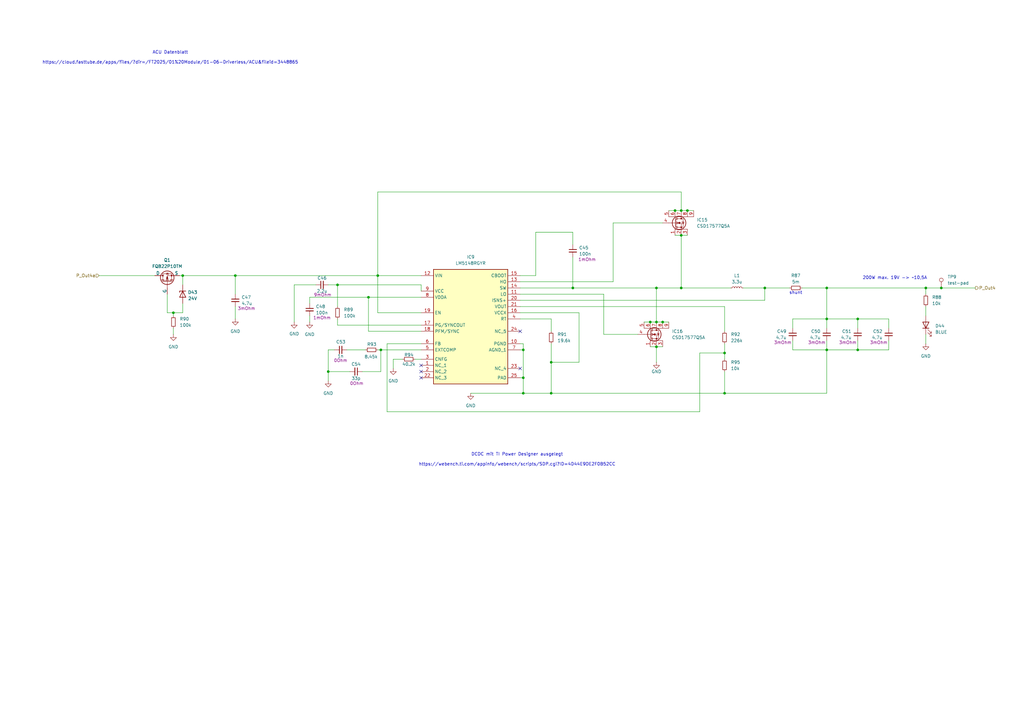
<source format=kicad_sch>
(kicad_sch (version 20231120) (generator "eeschema") (generator_version "8.0")
  (paper "A3")
  (title_block (title "PDU FT25") (date "2024-11-23") (rev "V1.1") (company "Janek Herm") (comment 1 "FaSTTUBe Electronics"))
  (lib_symbols
    (symbol "Connector:TestPoint" (pin_numbers hide) (pin_names (offset 0.762) hide)
      (property "Reference" "TP" (at 0 6.858 0))
      (property "Value" "TestPoint" (at 0 5.08 0))
      (symbol "TestPoint_0_1"
        (circle (center 0 3.302) (radius 0.762))
      )
      (symbol "TestPoint_1_1"
        (pin passive line (at 0 0 90) (length 2.54) (name "1") (number "1"))
      )
    )
    (symbol "Device:C_Small" (pin_numbers hide) (pin_names (offset 0.254) hide)
      (property "Reference" "C" (at 0.254 1.778 0))
      (property "Value" "C_Small" (at 0.254 -2.032 0))
      (symbol "C_Small_0_1"
        (polyline (pts (xy -1.524 -0.508) (xy 1.524 -0.508)) (stroke (width 0.3302)))
        (polyline (pts (xy -1.524 0.508) (xy 1.524 0.508)) (stroke (width 0.3048)))
      )
      (symbol "C_Small_1_1"
        (pin passive line (at 0 2.54 270) (length 2.032) (name "~") (number "1"))
        (pin passive line (at 0 -2.54 90) (length 2.032) (name "~") (number "2"))
      )
    )
    (symbol "Device:D_Zener" (pin_numbers hide) (pin_names (offset 1.016) hide)
      (property "Reference" "D" (at 0 2.54 0))
      (property "Value" "D_Zener" (at 0 -2.54 0))
      (symbol "D_Zener_0_1"
        (polyline (pts (xy 1.27 0) (xy -1.27 0)))
        (polyline (pts (xy -1.27 -1.27) (xy -1.27 1.27) (xy -0.762 1.27)) (stroke (width 0.254)))
        (polyline (pts (xy 1.27 -1.27) (xy 1.27 1.27) (xy -1.27 0) (xy 1.27 -1.27)) (stroke (width 0.254)))
      )
      (symbol "D_Zener_1_1"
        (pin passive line (at -3.81 0 0) (length 2.54) (name "K") (number "1"))
        (pin passive line (at 3.81 0 180) (length 2.54) (name "A") (number "2"))
      )
    )
    (symbol "Device:LED" (pin_numbers hide) (pin_names (offset 1.016) hide)
      (property "Reference" "D" (at 0 2.54 0))
      (property "Value" "LED" (at 0 -2.54 0))
      (symbol "LED_0_1"
        (polyline (pts (xy -1.27 -1.27) (xy -1.27 1.27)) (stroke (width 0.254)))
        (polyline (pts (xy -1.27 0) (xy 1.27 0)))
        (polyline (pts (xy 1.27 -1.27) (xy 1.27 1.27) (xy -1.27 0) (xy 1.27 -1.27)) (stroke (width 0.254)))
        (polyline (pts (xy -3.048 -0.762) (xy -4.572 -2.286) (xy -3.81 -2.286) (xy -4.572 -2.286) (xy -4.572 -1.524)))
        (polyline (pts (xy -1.778 -0.762) (xy -3.302 -2.286) (xy -2.54 -2.286) (xy -3.302 -2.286) (xy -3.302 -1.524)))
      )
      (symbol "LED_1_1"
        (pin passive line (at -3.81 0 0) (length 2.54) (name "K") (number "1"))
        (pin passive line (at 3.81 0 180) (length 2.54) (name "A") (number "2"))
      )
    )
    (symbol "Device:L_Small" (pin_numbers hide) (pin_names (offset 0.254) hide)
      (property "Reference" "L" (at 0.762 1.016 0))
      (property "Value" "L_Small" (at 0.762 -1.016 0))
      (symbol "L_Small_0_1"
        (arc (start 0 -2.032) (mid 0.5058 -1.524) (end 0 -1.016))
        (arc (start 0 -1.016) (mid 0.5058 -0.508) (end 0 0))
        (arc (start 0 0) (mid 0.5058 0.508) (end 0 1.016))
        (arc (start 0 1.016) (mid 0.5058 1.524) (end 0 2.032))
      )
      (symbol "L_Small_1_1"
        (pin passive line (at 0 2.54 270) (length 0.508) (name "~") (number "1"))
        (pin passive line (at 0 -2.54 90) (length 0.508) (name "~") (number "2"))
      )
    )
    (symbol "Device:R_Small" (pin_numbers hide) (pin_names (offset 0.254) hide)
      (property "Reference" "R" (at 0.762 0.508 0))
      (property "Value" "R_Small" (at 0.762 -1.016 0))
      (symbol "R_Small_0_1"
        (rectangle (start -0.762 1.778) (end 0.762 -1.778) (stroke (width 0.2032)))
      )
      (symbol "R_Small_1_1"
        (pin passive line (at 0 2.54 270) (length 0.762) (name "~") (number "1"))
        (pin passive line (at 0 -2.54 90) (length 0.762) (name "~") (number "2"))
      )
    )
    (symbol "FaSTTUBe_microcontrollers:CSD17577Q5A"
      (property "Reference" "IC" (at 9.144 -15.113 0))
      (property "Value" "CSD17577Q5A" (at 9.906 -17.145 0))
      (symbol "CSD17577Q5A_0_1"
        (circle (center -0.889 -16.51) (radius 2.794) (stroke (width 0.254)))
        (circle (center 0 -18.288) (radius 0.254) (fill (type outline)))
        (circle (center 0 -14.732) (radius 0.254) (fill (type outline)))
        (polyline (pts (xy -2.286 -16.51) (xy -5.08 -16.51)))
        (polyline (pts (xy -2.286 -14.605) (xy -2.286 -18.415)) (stroke (width 0.254)))
        (polyline (pts (xy -1.778 -17.78) (xy -1.778 -18.796)) (stroke (width 0.254)))
        (polyline (pts (xy -1.778 -16.002) (xy -1.778 -17.018)) (stroke (width 0.254)))
        (polyline (pts (xy -1.778 -14.224) (xy -1.778 -15.24)) (stroke (width 0.254)))
        (polyline (pts (xy 0 -13.97) (xy 0 -14.732)))
        (polyline (pts (xy 2.54 -19.05) (xy -2.54 -19.05)))
        (polyline (pts (xy 5.08 -13.97) (xy -5.08 -13.97)))
        (polyline (pts (xy 0 -19.05) (xy 0 -16.51) (xy -1.778 -16.51)))
        (polyline (pts (xy -1.778 -18.288) (xy 0.762 -18.288) (xy 0.762 -14.732) (xy -1.778 -14.732)))
        (polyline (pts (xy -1.524 -16.51) (xy -0.508 -16.129) (xy -0.508 -16.891) (xy -1.524 -16.51)) (fill (type outline)))
        (polyline (pts (xy 0.254 -16.002) (xy 0.381 -16.129) (xy 1.143 -16.129) (xy 1.27 -16.256)))
        (polyline (pts (xy 0.762 -16.129) (xy 0.381 -16.764) (xy 1.143 -16.764) (xy 0.762 -16.129)))
      )
      (symbol "CSD17577Q5A_1_1"
        (pin passive line (at -2.54 -21.59 90) (length 2.54) (name "") (number "1"))
        (pin passive line (at 0 -21.59 90) (length 2.54) (name "") (number "2"))
        (pin passive line (at 2.54 -21.59 90) (length 2.54) (name "") (number "3"))
        (pin input line (at -7.62 -16.51 0) (length 2.54) (name "") (number "4"))
        (pin passive line (at -5.08 -11.43 270) (length 2.54) (name "") (number "5"))
        (pin passive line (at -2.54 -11.43 270) (length 2.54) (name "") (number "6"))
        (pin passive line (at 0 -11.43 270) (length 2.54) (name "") (number "7"))
        (pin passive line (at 2.54 -11.43 270) (length 2.54) (name "") (number "8"))
        (pin passive line (at 5.08 -11.43 270) (length 2.54) (name "") (number "9"))
      )
    )
    (symbol "LM5148RGYR:LM5148RGYR"
      (property "Reference" "IC" (at 36.83 17.78 0))
      (property "Value" "LM5148RGYR" (at 36.83 15.24 0))
      (symbol "LM5148RGYR_1_1"
        (rectangle (start 5.08 12.7) (end 35.56 -34.29) (stroke (width 0.254)) (fill (type background)))
        (pin passive line (at 0 -26.67 0) (length 5.08) (name "NC_1") (number "1"))
        (pin passive line (at 40.64 -17.78 180) (length 5.08) (name "PGND") (number "10"))
        (pin passive line (at 40.64 2.54 180) (length 5.08) (name "LO") (number "11"))
        (pin passive line (at 0 10.16 0) (length 5.08) (name "VIN") (number "12"))
        (pin passive line (at 40.64 7.62 180) (length 5.08) (name "HO") (number "13"))
        (pin passive line (at 40.64 5.08 180) (length 5.08) (name "SW") (number "14"))
        (pin passive line (at 40.64 10.16 180) (length 5.08) (name "CBOOT") (number "15"))
        (pin passive line (at 40.64 -5.08 180) (length 5.08) (name "VCCX") (number "16"))
        (pin passive line (at 0 -10.16 0) (length 5.08) (name "PG/SYNCOUT") (number "17"))
        (pin passive line (at 0 -12.7 0) (length 5.08) (name "PFM/SYNC") (number "18"))
        (pin passive line (at 0 -5.08 0) (length 5.08) (name "EN") (number "19"))
        (pin passive line (at 0 -29.21 0) (length 5.08) (name "NC_2") (number "2"))
        (pin passive line (at 40.64 0 180) (length 5.08) (name "ISNS+") (number "20"))
        (pin passive line (at 40.64 -2.54 180) (length 5.08) (name "VOUT") (number "21"))
        (pin passive line (at 0 -31.75 0) (length 5.08) (name "NC_3") (number "22"))
        (pin passive line (at 40.64 -27.94 180) (length 5.08) (name "NC_4") (number "23"))
        (pin passive line (at 40.64 -12.7 180) (length 5.08) (name "NC_5") (number "24"))
        (pin passive line (at 40.64 -31.75 180) (length 5.08) (name "PAD") (number "25"))
        (pin passive line (at 0 -24.13 0) (length 5.08) (name "CNFG") (number "3"))
        (pin passive line (at 40.64 -7.62 180) (length 5.08) (name "RT") (number "4"))
        (pin passive line (at 0 -20.32 0) (length 5.08) (name "EXTCOMP") (number "5"))
        (pin passive line (at 0 -17.78 0) (length 5.08) (name "FB") (number "6"))
        (pin passive line (at 40.64 -20.32 180) (length 5.08) (name "AGND_1") (number "7"))
        (pin passive line (at 0 1.27 0) (length 5.08) (name "VDDA") (number "8"))
        (pin passive line (at 0 3.81 0) (length 5.08) (name "VCC") (number "9"))
      )
    )
    (symbol "Simulation_SPICE:PMOS" (pin_numbers hide) (pin_names (offset 0))
      (property "Reference" "Q" (at 5.08 1.27 0))
      (property "Value" "PMOS" (at 5.08 -1.27 0))
      (symbol "PMOS_0_1"
        (polyline (pts (xy 0.254 0) (xy -2.54 0)))
        (polyline (pts (xy 0.254 1.905) (xy 0.254 -1.905)) (stroke (width 0.254)))
        (polyline (pts (xy 0.762 -1.27) (xy 0.762 -2.286)) (stroke (width 0.254)))
        (polyline (pts (xy 0.762 0.508) (xy 0.762 -0.508)) (stroke (width 0.254)))
        (polyline (pts (xy 0.762 2.286) (xy 0.762 1.27)) (stroke (width 0.254)))
        (polyline (pts (xy 2.54 2.54) (xy 2.54 1.778)))
        (polyline (pts (xy 2.54 -2.54) (xy 2.54 0) (xy 0.762 0)))
        (polyline (pts (xy 0.762 1.778) (xy 3.302 1.778) (xy 3.302 -1.778) (xy 0.762 -1.778)))
        (polyline (pts (xy 2.286 0) (xy 1.27 0.381) (xy 1.27 -0.381) (xy 2.286 0)) (fill (type outline)))
        (polyline (pts (xy 2.794 -0.508) (xy 2.921 -0.381) (xy 3.683 -0.381) (xy 3.81 -0.254)))
        (polyline (pts (xy 3.302 -0.381) (xy 2.921 0.254) (xy 3.683 0.254) (xy 3.302 -0.381)))
        (circle (center 1.651 0) (radius 2.794) (stroke (width 0.254)))
        (circle (center 2.54 -1.778) (radius 0.254) (fill (type outline)))
        (circle (center 2.54 1.778) (radius 0.254) (fill (type outline)))
      )
      (symbol "PMOS_1_1"
        (pin passive line (at 2.54 5.08 270) (length 2.54) (name "D") (number "1"))
        (pin input line (at -5.08 0 0) (length 2.54) (name "G") (number "2"))
        (pin passive line (at 2.54 -5.08 90) (length 2.54) (name "S") (number "3"))
      )
    )
    (symbol "power:GND" (power) (pin_numbers hide) (pin_names (offset 0) hide)
      (property "Value" "GND" (at 0 -3.81 0))
      (symbol "GND_0_1"
        (polyline (pts (xy 0 0) (xy 0 -1.27) (xy 1.27 -1.27) (xy 0 -2.54) (xy -1.27 -1.27) (xy 0 -1.27)))
      )
      (symbol "GND_1_1"
        (pin power_in line (at 0 0 270) (length 0) (name "~") (number "1"))
      )
    )
  )
  (junction (at 214.63 161.29))
  (junction (at 279.4 118.11))
  (junction (at 351.79 130.81))
  (junction (at 74.93 113.03))
  (junction (at 339.09 143.51))
  (junction (at 386.08 118.11))
  (junction (at 281.94 86.36))
  (junction (at 379.73 118.11))
  (junction (at 279.4 86.36))
  (junction (at 266.7 132.08))
  (junction (at 96.52 113.03))
  (junction (at 269.24 118.11))
  (junction (at 226.06 161.29))
  (junction (at 151.13 121.92))
  (junction (at 214.63 154.94))
  (junction (at 71.12 128.27))
  (junction (at 276.86 86.36))
  (junction (at 269.24 132.08))
  (junction (at 269.24 142.24))
  (junction (at 297.18 144.78))
  (junction (at 156.21 143.51))
  (junction (at 271.78 132.08))
  (junction (at 313.69 118.11))
  (junction (at 138.43 116.84))
  (junction (at 234.95 118.11))
  (junction (at 154.94 113.03))
  (junction (at 279.4 96.52))
  (junction (at 226.06 148.59))
  (junction (at 339.09 118.11))
  (junction (at 297.18 161.29))
  (junction (at 339.09 130.81))
  (junction (at 351.79 143.51))
  (junction (at 134.62 152.4))
  (junction (at 214.63 143.51))
  (no_connect (at 172.72 152.4))
  (no_connect (at 172.72 154.94))
  (no_connect (at 172.72 149.86))
  (no_connect (at 213.36 151.13))
  (no_connect (at 213.36 135.89))
  (wire (pts (xy 226.06 130.81) (xy 226.06 135.89)))
  (wire (pts (xy 71.12 134.62) (xy 71.12 137.16)))
  (wire (pts (xy 339.09 130.81) (xy 351.79 130.81)))
  (wire (pts (xy 120.65 132.08) (xy 120.65 116.84)))
  (wire (pts (xy 297.18 152.4) (xy 297.18 161.29)))
  (wire (pts (xy 351.79 143.51) (xy 364.49 143.51)))
  (wire (pts (xy 213.36 128.27) (xy 237.49 128.27)))
  (wire (pts (xy 214.63 143.51) (xy 213.36 143.51)))
  (wire (pts (xy 158.75 168.91) (xy 287.02 168.91)))
  (wire (pts (xy 214.63 161.29) (xy 226.06 161.29)))
  (wire (pts (xy 127 121.92) (xy 127 124.46)))
  (wire (pts (xy 269.24 118.11) (xy 279.4 118.11)))
  (wire (pts (xy 226.06 148.59) (xy 226.06 161.29)))
  (wire (pts (xy 68.58 128.27) (xy 71.12 128.27)))
  (wire (pts (xy 339.09 139.7) (xy 339.09 143.51)))
  (wire (pts (xy 379.73 118.11) (xy 386.08 118.11)))
  (wire (pts (xy 364.49 134.62) (xy 364.49 130.81)))
  (wire (pts (xy 154.94 78.74) (xy 279.4 78.74)))
  (wire (pts (xy 297.18 161.29) (xy 339.09 161.29)))
  (wire (pts (xy 127 121.92) (xy 151.13 121.92)))
  (wire (pts (xy 325.12 134.62) (xy 325.12 130.81)))
  (wire (pts (xy 96.52 113.03) (xy 154.94 113.03)))
  (wire (pts (xy 364.49 139.7) (xy 364.49 143.51)))
  (wire (pts (xy 339.09 143.51) (xy 339.09 161.29)))
  (wire (pts (xy 68.58 120.65) (xy 68.58 128.27)))
  (wire (pts (xy 214.63 140.97) (xy 213.36 140.97)))
  (wire (pts (xy 269.24 118.11) (xy 269.24 132.08)))
  (wire (pts (xy 148.59 152.4) (xy 156.21 152.4)))
  (wire (pts (xy 154.94 113.03) (xy 172.72 113.03)))
  (wire (pts (xy 172.72 128.27) (xy 154.94 128.27)))
  (wire (pts (xy 96.52 125.73) (xy 96.52 130.81)))
  (wire (pts (xy 74.93 128.27) (xy 71.12 128.27)))
  (wire (pts (xy 214.63 161.29) (xy 214.63 154.94)))
  (wire (pts (xy 172.72 140.97) (xy 158.75 140.97)))
  (wire (pts (xy 234.95 95.25) (xy 234.95 100.33)))
  (wire (pts (xy 120.65 116.84) (xy 129.54 116.84)))
  (wire (pts (xy 325.12 143.51) (xy 325.12 139.7)))
  (wire (pts (xy 156.21 152.4) (xy 156.21 143.51)))
  (wire (pts (xy 74.93 113.03) (xy 96.52 113.03)))
  (wire (pts (xy 269.24 132.08) (xy 271.78 132.08)))
  (wire (pts (xy 213.36 130.81) (xy 226.06 130.81)))
  (wire (pts (xy 271.78 132.08) (xy 274.32 132.08)))
  (wire (pts (xy 379.73 137.16) (xy 379.73 140.97)))
  (wire (pts (xy 325.12 130.81) (xy 339.09 130.81)))
  (wire (pts (xy 74.93 124.46) (xy 74.93 128.27)))
  (wire (pts (xy 161.29 151.13) (xy 161.29 147.32)))
  (wire (pts (xy 313.69 118.11) (xy 323.85 118.11)))
  (wire (pts (xy 158.75 140.97) (xy 158.75 168.91)))
  (wire (pts (xy 339.09 130.81) (xy 339.09 134.62)))
  (wire (pts (xy 266.7 142.24) (xy 269.24 142.24)))
  (wire (pts (xy 379.73 125.73) (xy 379.73 129.54)))
  (wire (pts (xy 214.63 143.51) (xy 214.63 154.94)))
  (wire (pts (xy 138.43 133.35) (xy 138.43 130.81)))
  (wire (pts (xy 269.24 142.24) (xy 271.78 142.24)))
  (wire (pts (xy 351.79 134.62) (xy 351.79 130.81)))
  (wire (pts (xy 313.69 123.19) (xy 313.69 118.11)))
  (wire (pts (xy 251.46 91.44) (xy 251.46 115.57)))
  (wire (pts (xy 386.08 118.11) (xy 400.05 118.11)))
  (wire (pts (xy 237.49 148.59) (xy 226.06 148.59)))
  (wire (pts (xy 351.79 130.81) (xy 364.49 130.81)))
  (wire (pts (xy 234.95 118.11) (xy 269.24 118.11)))
  (wire (pts (xy 154.94 113.03) (xy 154.94 78.74)))
  (wire (pts (xy 134.62 143.51) (xy 137.16 143.51)))
  (wire (pts (xy 247.65 120.65) (xy 213.36 120.65)))
  (wire (pts (xy 213.36 118.11) (xy 234.95 118.11)))
  (wire (pts (xy 219.71 113.03) (xy 219.71 95.25)))
  (wire (pts (xy 138.43 125.73) (xy 138.43 116.84)))
  (wire (pts (xy 213.36 113.03) (xy 219.71 113.03)))
  (wire (pts (xy 279.4 78.74) (xy 279.4 86.36)))
  (wire (pts (xy 74.93 113.03) (xy 74.93 116.84)))
  (wire (pts (xy 247.65 120.65) (xy 247.65 137.16)))
  (wire (pts (xy 351.79 139.7) (xy 351.79 143.51)))
  (wire (pts (xy 151.13 135.89) (xy 151.13 121.92)))
  (wire (pts (xy 127 129.54) (xy 127 132.08)))
  (wire (pts (xy 325.12 143.51) (xy 339.09 143.51)))
  (wire (pts (xy 339.09 118.11) (xy 339.09 130.81)))
  (wire (pts (xy 281.94 86.36) (xy 284.48 86.36)))
  (wire (pts (xy 379.73 118.11) (xy 379.73 120.65)))
  (wire (pts (xy 276.86 96.52) (xy 279.4 96.52)))
  (wire (pts (xy 264.16 132.08) (xy 266.7 132.08)))
  (wire (pts (xy 219.71 95.25) (xy 234.95 95.25)))
  (wire (pts (xy 149.86 143.51) (xy 142.24 143.51)))
  (wire (pts (xy 297.18 140.97) (xy 297.18 144.78)))
  (wire (pts (xy 134.62 152.4) (xy 134.62 156.21)))
  (wire (pts (xy 279.4 86.36) (xy 281.94 86.36)))
  (wire (pts (xy 297.18 125.73) (xy 297.18 135.89)))
  (wire (pts (xy 279.4 96.52) (xy 279.4 118.11)))
  (wire (pts (xy 134.62 143.51) (xy 134.62 152.4)))
  (wire (pts (xy 304.8 118.11) (xy 313.69 118.11)))
  (wire (pts (xy 161.29 147.32) (xy 165.1 147.32)))
  (wire (pts (xy 214.63 154.94) (xy 213.36 154.94)))
  (wire (pts (xy 96.52 113.03) (xy 96.52 120.65)))
  (wire (pts (xy 172.72 121.92) (xy 151.13 121.92)))
  (wire (pts (xy 339.09 118.11) (xy 379.73 118.11)))
  (wire (pts (xy 154.94 143.51) (xy 156.21 143.51)))
  (wire (pts (xy 234.95 105.41) (xy 234.95 118.11)))
  (wire (pts (xy 266.7 132.08) (xy 269.24 132.08)))
  (wire (pts (xy 287.02 168.91) (xy 287.02 144.78)))
  (wire (pts (xy 138.43 116.84) (xy 172.72 116.84)))
  (wire (pts (xy 154.94 128.27) (xy 154.94 113.03)))
  (wire (pts (xy 339.09 143.51) (xy 351.79 143.51)))
  (wire (pts (xy 269.24 148.59) (xy 269.24 142.24)))
  (wire (pts (xy 172.72 133.35) (xy 138.43 133.35)))
  (wire (pts (xy 193.04 161.29) (xy 214.63 161.29)))
  (wire (pts (xy 172.72 116.84) (xy 172.72 119.38)))
  (wire (pts (xy 274.32 86.36) (xy 276.86 86.36)))
  (wire (pts (xy 226.06 161.29) (xy 297.18 161.29)))
  (wire (pts (xy 172.72 135.89) (xy 151.13 135.89)))
  (wire (pts (xy 276.86 86.36) (xy 279.4 86.36)))
  (wire (pts (xy 213.36 115.57) (xy 251.46 115.57)))
  (wire (pts (xy 170.18 147.32) (xy 172.72 147.32)))
  (wire (pts (xy 214.63 140.97) (xy 214.63 143.51)))
  (wire (pts (xy 73.66 113.03) (xy 74.93 113.03)))
  (wire (pts (xy 71.12 129.54) (xy 71.12 128.27)))
  (wire (pts (xy 279.4 96.52) (xy 281.94 96.52)))
  (wire (pts (xy 247.65 137.16) (xy 261.62 137.16)))
  (wire (pts (xy 226.06 140.97) (xy 226.06 148.59)))
  (wire (pts (xy 328.93 118.11) (xy 339.09 118.11)))
  (wire (pts (xy 279.4 118.11) (xy 299.72 118.11)))
  (wire (pts (xy 134.62 152.4) (xy 143.51 152.4)))
  (wire (pts (xy 297.18 144.78) (xy 297.18 147.32)))
  (wire (pts (xy 156.21 143.51) (xy 172.72 143.51)))
  (wire (pts (xy 287.02 144.78) (xy 297.18 144.78)))
  (wire (pts (xy 40.64 113.03) (xy 63.5 113.03)))
  (wire (pts (xy 213.36 125.73) (xy 297.18 125.73)))
  (wire (pts (xy 213.36 123.19) (xy 313.69 123.19)))
  (wire (pts (xy 251.46 91.44) (xy 271.78 91.44)))
  (wire (pts (xy 134.62 116.84) (xy 138.43 116.84)))
  (wire (pts (xy 237.49 128.27) (xy 237.49 148.59)))
  (text "ACU Datenblatt\n\nhttps://cloud.fasttube.de/apps/files/?dir=/FT2025/01%20Module/01-06-Driverless/ACU&fileid=3448865" (at 69.85 23.622 0) (effects (font (size 1.27 1.27))))
  (text "200W max. 19V -> ~10,5A" (at 367.03 114.046 0) (effects (font (size 1.27 1.27))))
  (text "DCDC mit TI Power Designer ausgelegt\n\nhttps://webench.ti.com/appinfo/webench/scripts/SDP.cgi?ID=4D44E9DE2F0B52CC" (at 212.09 188.468 0) (effects (font (size 1.27 1.27))))
  (text "shunt" (at 326.39 120.142 0) (effects (font (size 1.27 1.27))))
  (hierarchical_label "P_Out4" (shape output) (at 400.05 118.11 0))
  (hierarchical_label "P_Out4a" (shape input) (at 40.64 113.03 180))
  (symbol (lib_id "power:GND") (at 269.24 148.59 0) (unit 1)
    (property "Reference" "#PWR0147" (effects (hide yes)))
    (property "Value" "GND" (at 267.208 152.3999 0) (effects (justify left)))
    (property "Description" "Power symbol creates a global label with name \"GND\" , ground" (effects (hide yes)))
  )
  (symbol (lib_id "FaSTTUBe_microcontrollers:CSD17577Q5A") (at 269.24 120.65 0) (unit 1)
    (property "Reference" "IC16" (at 275.59 135.8899 0) (effects (justify left)))
    (property "Value" "CSD17577Q5A" (at 275.59 138.4299 0) (effects (justify left)))
    (property "Footprint" "CSD17303Q5:CSD17303Q5" (effects (hide yes)))
    (property "Datasheet" "https://www.ti.com/lit/ds/symlink/csd17577q5a.pdf" (effects (hide yes)))
  )
  (symbol (lib_id "Device:R_Small") (at 152.4 143.51 270) (unit 1)
    (property "Reference" "R93" (at 154.4319 141.224 90) (effects (justify right)))
    (property "Value" "8.45k" (at 154.9399 146.304 90) (effects (justify right)))
    (property "Footprint" "Resistor_SMD:R_0603_1608Metric" (effects (hide yes)))
    (property "Description" "63mW, 1% Tolerance" (effects (hide yes)))
  )
  (symbol (lib_id "Device:D_Zener") (at 74.93 120.65 90) (mirror x) (unit 1)
    (property "Reference" "D43" (at 78.994 119.888 90))
    (property "Value" "24V" (at 78.994 122.428 90))
    (property "Footprint" "3SMAJ5934B-TP:DIOM5226X244N" (effects (hide yes)))
    (property "Datasheet" "https://www.mouser.de/datasheet/2/258/3SMAJ5918B_3SMAJ5956B_SMA_-3423242.pdf" (effects (hide yes)))
    (property "Description" "Zener diode" (effects (hide yes)))
    (property "MPR" "3SMAJ5934B-TP" (effects (hide yes)))
  )
  (symbol (lib_id "Device:R_Small") (at 226.06 138.43 180) (unit 1)
    (property "Reference" "R91" (at 228.6 137.1599 0) (effects (justify right)))
    (property "Value" "19.6k" (at 228.6 139.6999 0) (effects (justify right)))
    (property "Footprint" "Resistor_SMD:R_0603_1608Metric" (effects (hide yes)))
    (property "Description" "63mW, 1%" (effects (hide yes)))
  )
  (symbol (lib_id "power:GND") (at 379.73 140.97 0) (unit 1)
    (property "Reference" "#PWR0146" (effects (hide yes)))
    (property "Value" "GND" (at 379.73 146.05 0))
    (property "Description" "Power symbol creates a global label with name \"GND\" , ground" (effects (hide yes)))
  )
  (symbol (lib_id "Device:R_Small") (at 167.64 147.32 90) (unit 1)
    (property "Reference" "R94" (at 169.6719 145.542 90) (effects (justify left)))
    (property "Value" "40.2k" (at 170.4339 149.352 90) (effects (justify left)))
    (property "Footprint" "Resistor_SMD:R_0603_1608Metric" (effects (hide yes)))
    (property "Description" "100mW, 1% Tolerance" (effects (hide yes)))
  )
  (symbol (lib_id "Simulation_SPICE:PMOS") (at 68.58 115.57 90) (unit 1)
    (property "Reference" "Q1" (at 68.58 106.68 90))
    (property "Value" "FQB22P10TM" (at 68.58 109.22 90))
    (property "Footprint" "FQB22P10TM:FQB22P10TM" (effects (hide yes)))
    (property "Datasheet" "https://www.mouser.de/datasheet/2/308/1/FQB22P10_D-2313763.pdf" (effects (hide yes)))
    (property "Description" "P-MOSFET transistor, drain/source/gate" (effects (hide yes)))
    (property "Sim.Device" "PMOS" (effects (hide yes)))
    (property "Sim.Type" "VDMOS" (effects (hide yes)))
    (property "Sim.Pins" "1=D 2=G 3=S" (effects (hide yes)))
  )
  (symbol (lib_id "Device:C_Small") (at 139.7 143.51 90) (unit 1)
    (property "Reference" "C53" (at 141.7382 140.208 90) (effects (justify left)))
    (property "Value" "1n" (at 140.9762 146.05 90) (effects (justify left)))
    (property "Footprint" "Capacitor_SMD:C_0603_1608Metric" (effects (hide yes)))
    (property "Description" "C0G / NP0, 50V" (effects (hide yes)))
    (property "Resistance" "0Ohm" (at 139.7 147.828 90))
  )
  (symbol (lib_id "Device:C_Small") (at 325.12 137.16 0) (mirror y) (unit 1)
    (property "Reference" "C49" (at 322.58 135.8962 0) (effects (justify left)))
    (property "Value" "4.7u" (at 322.58 138.4362 0) (effects (justify left)))
    (property "Footprint" "Capacitor_SMD:C_2220_5750Metric" (effects (hide yes)))
    (property "Description" "X7R, 50V" (effects (hide yes)))
    (property "Resistance" "3mOhm" (at 321.056 140.462 0))
  )
  (symbol (lib_id "power:GND") (at 134.62 156.21 0) (unit 1)
    (property "Reference" "#PWR0149" (effects (hide yes)))
    (property "Value" "GND" (at 134.62 161.29 0))
    (property "Description" "Power symbol creates a global label with name \"GND\" , ground" (effects (hide yes)))
  )
  (symbol (lib_id "Device:L_Small") (at 302.26 118.11 90) (unit 1)
    (property "Reference" "L1" (at 302.26 113.03 90))
    (property "Value" "3.3u" (at 302.26 115.57 90))
    (property "Footprint" "7443330330:WE-HCC_109021" (effects (hide yes)))
    (property "Datasheet" "https://www.we-online.com/components/products/datasheet/7443330330.pdf" (effects (hide yes)))
    (property "Description" "Inductor, small symbol" (effects (hide yes)))
    (property "MPR" "7443330330" (effects (hide yes)))
  )
  (symbol (lib_id "Device:R_Small") (at 379.73 123.19 0) (unit 1)
    (property "Reference" "R88" (at 382.27 121.9199 0) (effects (justify left)))
    (property "Value" "10k" (at 382.27 124.4599 0) (effects (justify left)))
    (property "Footprint" "Resistor_SMD:R_0603_1608Metric" (effects (hide yes)))
    (property "Description" "Resistor, small symbol" (effects (hide yes)))
  )
  (symbol (lib_id "Connector:TestPoint") (at 386.08 118.11 0) (unit 1)
    (property "Reference" "TP9" (at 388.62 113.5379 0) (effects (justify left)))
    (property "Value" "test-pad" (at 388.62 116.0779 0) (effects (justify left)))
    (property "Footprint" "5025:5025" (effects (hide yes)))
    (property "Description" "test point" (effects (hide yes)))
  )
  (symbol (lib_id "Device:R_Small") (at 71.12 132.08 0) (unit 1)
    (property "Reference" "R90" (at 73.66 130.8099 0) (effects (justify left)))
    (property "Value" "100k" (at 73.66 133.3499 0) (effects (justify left)))
    (property "Footprint" "Resistor_SMD:R_0603_1608Metric" (effects (hide yes)))
    (property "Description" "Resistor, small symbol" (effects (hide yes)))
  )
  (symbol (lib_id "Device:C_Small") (at 339.09 137.16 0) (mirror y) (unit 1)
    (property "Reference" "C50" (at 336.55 135.8962 0) (effects (justify left)))
    (property "Value" "4.7u" (at 336.55 138.4362 0) (effects (justify left)))
    (property "Footprint" "Capacitor_SMD:C_2220_5750Metric" (effects (hide yes)))
    (property "Description" "X7R, 50V" (effects (hide yes)))
    (property "Resistance" "3mOhm" (at 335.026 140.462 0))
  )
  (symbol (lib_id "Device:R_Small") (at 297.18 138.43 0) (unit 1)
    (property "Reference" "R92" (at 299.72 137.1599 0) (effects (justify left)))
    (property "Value" "226k" (at 299.72 139.6999 0) (effects (justify left)))
    (property "Footprint" "Resistor_SMD:R_0603_1608Metric" (effects (hide yes)))
    (property "Description" "63mW, 1%" (effects (hide yes)))
  )
  (symbol (lib_id "power:GND") (at 127 132.08 0) (unit 1)
    (property "Reference" "#PWR0144" (effects (hide yes)))
    (property "Value" "GND" (at 127 137.16 0))
    (property "Description" "Power symbol creates a global label with name \"GND\" , ground" (effects (hide yes)))
  )
  (symbol (lib_id "Device:C_Small") (at 351.79 137.16 0) (mirror y) (unit 1)
    (property "Reference" "C51" (at 349.25 135.8962 0) (effects (justify left)))
    (property "Value" "4.7u" (at 349.25 138.4362 0) (effects (justify left)))
    (property "Footprint" "Capacitor_SMD:C_2220_5750Metric" (effects (hide yes)))
    (property "Description" "X7R, 50V" (effects (hide yes)))
    (property "Resistance" "3mOhm" (at 347.726 140.462 0))
  )
  (symbol (lib_id "FaSTTUBe_microcontrollers:CSD17577Q5A") (at 279.4 74.93 0) (unit 1)
    (property "Reference" "IC15" (at 285.75 90.1699 0) (effects (justify left)))
    (property "Value" "CSD17577Q5A" (at 285.75 92.7099 0) (effects (justify left)))
    (property "Footprint" "CSD17303Q5:CSD17303Q5" (effects (hide yes)))
    (property "Datasheet" "https://www.ti.com/lit/ds/symlink/csd17577q5a.pdf" (effects (hide yes)))
  )
  (symbol (lib_id "Device:R_Small") (at 138.43 128.27 0) (unit 1)
    (property "Reference" "R89" (at 140.97 126.9999 0) (effects (justify left)))
    (property "Value" "100k" (at 140.97 129.5399 0) (effects (justify left)))
    (property "Footprint" "Resistor_SMD:R_0603_1608Metric" (effects (hide yes)))
    (property "Description" "100mW, 1% Tolerance" (effects (hide yes)))
  )
  (symbol (lib_id "Device:C_Small") (at 146.05 152.4 270) (unit 1)
    (property "Reference" "C54" (at 146.0436 149.352 90))
    (property "Value" "33p" (at 146.0436 155.194 90))
    (property "Footprint" "Capacitor_SMD:C_0805_2012Metric" (effects (hide yes)))
    (property "Description" "C0G / NP0, 50V" (effects (hide yes)))
    (property "Resistance" "0Ohm" (at 146.304 157.226 90))
  )
  (symbol (lib_id "LM5148RGYR:LM5148RGYR") (at 172.72 123.19 0) (unit 1)
    (property "Reference" "IC9" (at 193.04 105.41 0))
    (property "Value" "LM5148RGYR" (at 193.04 107.95 0))
    (property "Footprint" "LM5148RGY:LM5148RGYR" (effects (hide yes)))
    (property "Datasheet" "https://www.ti.com/lit/ds/symlink/lm5148.pdf?ts=1680990210570&ref_url=https%253A%252F%252Fwww.ti.com%252Fproduct%252FLM5148" (effects (hide yes)))
    (property "Description" "Switching Controllers 3.5-V to 80-V, current mode synchronous buck controller" (effects (hide yes)))
    (property "Height" "1" (effects (hide yes)))
    (property "Mouser Part Number" "595-LM5148RGYR" (effects (hide yes)))
    (property "Mouser Price/Stock" "https://www.mouser.co.uk/ProductDetail/Texas-Instruments/LM5148RGYR?qs=Jm2GQyTW%2FbgsJOyzcNbTmw%3D%3D" (effects (hide yes)))
    (property "Manufacturer_Name" "Texas Instruments" (effects (hide yes)))
    (property "Manufacturer_Part_Number" "LM5148RGYR" (effects (hide yes)))
  )
  (symbol (lib_id "Device:R_Small") (at 297.18 149.86 0) (unit 1)
    (property "Reference" "R95" (at 299.72 148.5899 0) (effects (justify left)))
    (property "Value" "10k" (at 299.72 151.1299 0) (effects (justify left)))
    (property "Footprint" "Resistor_SMD:R_0603_1608Metric" (effects (hide yes)))
    (property "Description" "63mW, 1%" (effects (hide yes)))
  )
  (symbol (lib_id "power:GND") (at 96.52 130.81 0) (unit 1)
    (property "Reference" "#PWR0142" (effects (hide yes)))
    (property "Value" "GND" (at 96.52 135.89 0))
    (property "Description" "Power symbol creates a global label with name \"GND\" , ground" (effects (hide yes)))
  )
  (symbol (lib_id "Device:LED") (at 379.73 133.35 90) (unit 1)
    (property "Reference" "D44" (at 383.54 133.6674 90) (effects (justify right)))
    (property "Value" "BLUE" (at 383.54 136.2074 90) (effects (justify right)))
    (property "Footprint" "LED_SMD:LED_0603_1608Metric" (effects (hide yes)))
    (property "Datasheet" "https://www.we-online.com/components/products/datasheet/150060BS75000.pdf" (effects (hide yes)))
    (property "Description" "Light emitting diode" (effects (hide yes)))
    (property "MPR" "150060BS75000" (effects (hide yes)))
  )
  (symbol (lib_id "power:GND") (at 193.04 161.29 0) (unit 1)
    (property "Reference" "#PWR0150" (effects (hide yes)))
    (property "Value" "GND" (at 193.04 166.37 0))
    (property "Description" "Power symbol creates a global label with name \"GND\" , ground" (effects (hide yes)))
  )
  (symbol (lib_id "Device:C_Small") (at 132.08 116.84 90) (unit 1)
    (property "Reference" "C46" (at 132.0863 114.046 90))
    (property "Value" "2.2u" (at 132.0863 119.38 90))
    (property "Footprint" "Capacitor_SMD:C_0603_1608Metric" (effects (hide yes)))
    (property "Description" "X7R, 10V" (effects (hide yes)))
    (property "Resistance" "9mOhm" (at 132.334 120.904 90))
    (property "MPR" "GRM188R71A225KE15D" (effects (hide yes)))
  )
  (symbol (lib_id "power:GND") (at 71.12 137.16 0) (unit 1)
    (property "Reference" "#PWR0145" (effects (hide yes)))
    (property "Value" "GND" (at 71.12 142.24 0))
    (property "Description" "Power symbol creates a global label with name \"GND\" , ground" (effects (hide yes)))
  )
  (symbol (lib_id "Device:R_Small") (at 326.39 118.11 90) (unit 1)
    (property "Reference" "R87" (at 326.39 113.03 90))
    (property "Value" "5m" (at 326.39 115.57 90))
    (property "Footprint" "Resistor_SMD:R_2512_6332Metric" (effects (hide yes)))
    (property "Description" "Resistor, small symbol" (effects (hide yes)))
    (property "MPR" "MFSA1206R0050FCM" (effects (hide yes)))
  )
  (symbol (lib_id "Device:C_Small") (at 127 127 0) (unit 1)
    (property "Reference" "C48" (at 129.54 125.7362 0) (effects (justify left)))
    (property "Value" "100n" (at 129.54 128.2762 0) (effects (justify left)))
    (property "Footprint" "Capacitor_SMD:C_0603_1608Metric" (effects (hide yes)))
    (property "Description" "X7R, 10V" (effects (hide yes)))
    (property "Resistance" "1mOhm" (at 132.08 130.302 0))
    (property "MPR" "GRM155R71A104KA01D" (effects (hide yes)))
  )
  (symbol (lib_id "Device:C_Small") (at 234.95 102.87 0) (unit 1)
    (property "Reference" "C45" (at 237.49 101.6062 0) (effects (justify left)))
    (property "Value" "100n" (at 237.49 104.1462 0) (effects (justify left)))
    (property "Footprint" "Capacitor_SMD:C_0603_1608Metric" (effects (hide yes)))
    (property "Description" "X7R, 10V" (effects (hide yes)))
    (property "Resistance" "1mOhm" (at 240.792 106.426 0))
  )
  (symbol (lib_id "Device:C_Small") (at 96.52 123.19 0) (unit 1)
    (property "Reference" "C47" (at 99.06 121.9262 0) (effects (justify left)))
    (property "Value" "4.7u" (at 99.06 124.4662 0) (effects (justify left)))
    (property "Footprint" "Capacitor_SMD:C_2220_5750Metric" (effects (hide yes)))
    (property "Description" "X7R, 50V" (effects (hide yes)))
    (property "Resistance" "3mOhm" (at 101.092 126.492 0))
    (property "MPR" "GRM31CR71H475KA12L" (effects (hide yes)))
  )
  (symbol (lib_id "power:GND") (at 120.65 132.08 0) (unit 1)
    (property "Reference" "#PWR0143" (effects (hide yes)))
    (property "Value" "GND" (at 118.618 136.9059 0) (effects (justify left)))
    (property "Description" "Power symbol creates a global label with name \"GND\" , ground" (effects (hide yes)))
  )
  (symbol (lib_id "power:GND") (at 161.29 151.13 0) (unit 1)
    (property "Reference" "#PWR0148" (effects (hide yes)))
    (property "Value" "GND" (at 161.29 156.21 0))
    (property "Description" "Power symbol creates a global label with name \"GND\" , ground" (effects (hide yes)))
  )
  (symbol (lib_id "Device:C_Small") (at 364.49 137.16 0) (mirror y) (unit 1)
    (property "Reference" "C52" (at 361.95 135.8962 0) (effects (justify left)))
    (property "Value" "4.7u" (at 361.95 138.4362 0) (effects (justify left)))
    (property "Footprint" "Capacitor_SMD:C_2220_5750Metric" (effects (hide yes)))
    (property "Description" "X7R, 50V" (effects (hide yes)))
    (property "Resistance" "3mOhm" (at 360.426 140.462 0))
  )
)
</source>
